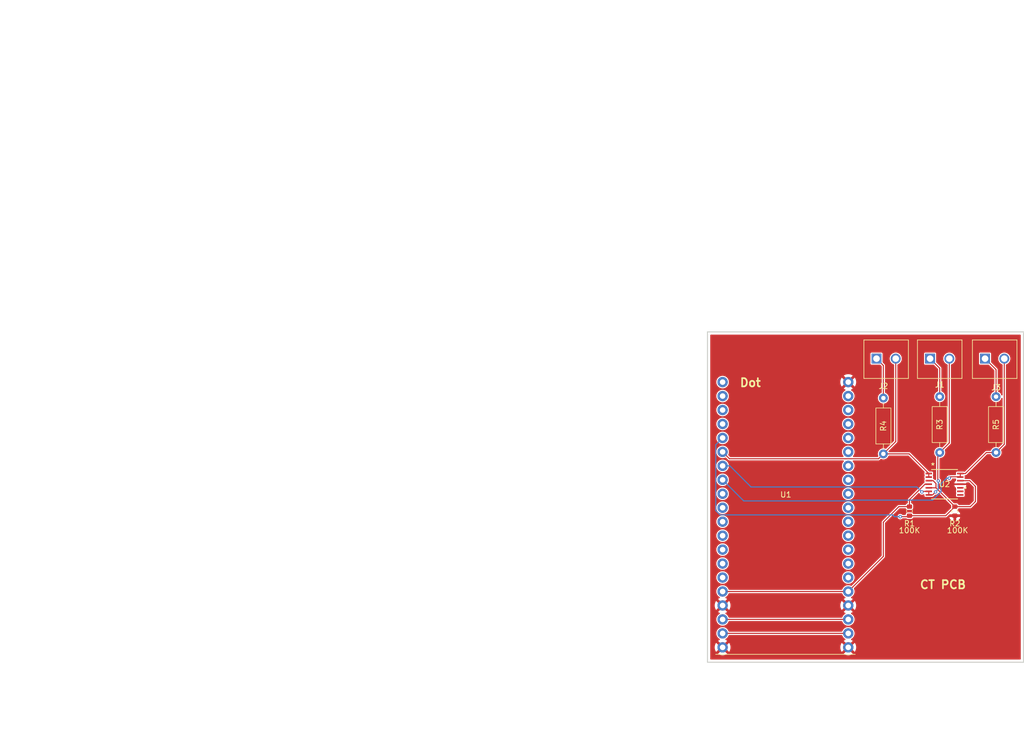
<source format=kicad_pcb>
(kicad_pcb (version 20241229) (generator "pcbnew") (generator_version "9.0")
  (layers (0 "F.Cu" signal) (2 "B.Cu" signal) (13 "F.Paste" user) (15 "B.Paste" user) (5 "F.SilkS" user "F.Silkscreen") (7 "B.SilkS" user "B.Silkscreen") (1 "F.Mask" user) (3 "B.Mask" user) (25 "Edge.Cuts" user))
  (net 0 "")
  (net 1 "/V_Shunt2")
  (net 2 "/V_Shunt1")
  (net 3 "/V_Shunt3")
  (net 4 "+3.3V")
  (net 5 "GND")
  (net 6 "/Bias")
  (net 16 "VBAT")
  (net 29 "VUSB")
  (net 37 "Net-(J1-Pin_1)")
  (net 38 "Net-(J2-Pin_1)")
  (net 39 "Net-(J3-Pin_1)")
  (footprint "Symbol:MODULE_DEV-13907" (layer "F.Cu") (at 167.18 90.836)
    (property "Reference" "U1" (at 0.07 0.414 0) (layer "F.SilkS"))
    (property "Value" "DEV-13907")
    (fp_line (start -12.7 29.464) (end 12.7 29.464) (stroke (width 0.127)) (layer "F.SilkS"))
    (pad "J1_1" thru_hole circle (at -11.43 28.194) (size 1.8796 1.8796) (drill 1.016) (layers "*.Cu" "*.Mask") (net 5 "GND"))
    (pad "J1_2" thru_hole circle (at -11.43 25.654) (size 1.8796 1.8796) (drill 1.016) (layers "*.Cu" "*.Mask") (net 29 "VUSB"))
    (pad "J1_3" thru_hole circle (at -11.43 23.114) (size 1.8796 1.8796) (drill 1.016) (layers "*.Cu" "*.Mask") (net 16 "VBAT"))
    (pad "J1_4" thru_hole circle (at -11.43 20.574) (size 1.8796 1.8796) (drill 1.016) (layers "*.Cu" "*.Mask") (net 5 "GND"))
    (pad "J1_5" thru_hole circle (at -11.43 18.034) (size 1.8796 1.8796) (drill 1.016) (layers "*.Cu" "*.Mask") (net 4 "+3.3V"))
    (pad "J1_6" thru_hole circle (at -11.43 15.494) (size 1.8796 1.8796) (drill 1.016) (layers "*.Cu" "*.Mask"))
    (pad "J1_7" thru_hole circle (at -11.43 12.954) (size 1.8796 1.8796) (drill 1.016) (layers "*.Cu" "*.Mask"))
    (pad "J1_8" thru_hole circle (at -11.43 10.414) (size 1.8796 1.8796) (drill 1.016) (layers "*.Cu" "*.Mask"))
    (pad "J1_9" thru_hole circle (at -11.43 7.874) (size 1.8796 1.8796) (drill 1.016) (layers "*.Cu" "*.Mask"))
    (pad "J1_10" thru_hole circle (at -11.43 5.334) (size 1.8796 1.8796) (drill 1.016) (layers "*.Cu" "*.Mask"))
    (pad "J1_11" thru_hole circle (at -11.43 2.794) (size 1.8796 1.8796) (drill 1.016) (layers "*.Cu" "*.Mask"))
    (pad "J1_12" thru_hole circle (at -11.43 0.254) (size 1.8796 1.8796) (drill 1.016) (layers "*.Cu" "*.Mask"))
    (pad "J1_13" thru_hole circle (at -11.43 -2.286) (size 1.8796 1.8796) (drill 1.016) (layers "*.Cu" "*.Mask") (net 3 "/V_Shunt3"))
    (pad "J1_14" thru_hole circle (at -11.43 -4.826) (size 1.8796 1.8796) (drill 1.016) (layers "*.Cu" "*.Mask") (net 1 "/V_Shunt2"))
    (pad "J1_15" thru_hole circle (at -11.43 -7.366) (size 1.8796 1.8796) (drill 1.016) (layers "*.Cu" "*.Mask") (net 2 "/V_Shunt1"))
    (pad "J1_16" thru_hole circle (at -11.43 -9.906) (size 1.8796 1.8796) (drill 1.016) (layers "*.Cu" "*.Mask") (net 6 "/Bias"))
    (pad "J1_17" thru_hole circle (at -11.43 -12.446) (size 1.8796 1.8796) (drill 1.016) (layers "*.Cu" "*.Mask"))
    (pad "J1_18" thru_hole circle (at -11.43 -14.986) (size 1.8796 1.8796) (drill 1.016) (layers "*.Cu" "*.Mask"))
    (pad "J1_19" thru_hole circle (at -11.43 -17.526) (size 1.8796 1.8796) (drill 1.016) (layers "*.Cu" "*.Mask"))
    (pad "J1_20" thru_hole circle (at -11.43 -20.066) (size 1.8796 1.8796) (drill 1.016) (layers "*.Cu" "*.Mask"))
    (pad "J2_1" thru_hole circle (at 11.43 28.194) (size 1.8796 1.8796) (drill 1.016) (layers "*.Cu" "*.Mask") (net 5 "GND"))
    (pad "J2_2" thru_hole circle (at 11.43 25.654) (size 1.8796 1.8796) (drill 1.016) (layers "*.Cu" "*.Mask") (net 29 "VUSB"))
    (pad "J2_3" thru_hole circle (at 11.43 23.114) (size 1.8796 1.8796) (drill 1.016) (layers "*.Cu" "*.Mask") (net 16 "VBAT"))
    (pad "J2_4" thru_hole circle (at 11.43 20.574) (size 1.8796 1.8796) (drill 1.016) (layers "*.Cu" "*.Mask") (net 5 "GND"))
    (pad "J2_5" thru_hole circle (at 11.43 18.034) (size 1.8796 1.8796) (drill 1.016) (layers "*.Cu" "*.Mask") (net 4 "+3.3V"))
    (pad "J2_6" thru_hole circle (at 11.43 15.494) (size 1.8796 1.8796) (drill 1.016) (layers "*.Cu" "*.Mask"))
    (pad "J2_7" thru_hole circle (at 11.43 12.954) (size 1.8796 1.8796) (drill 1.016) (layers "*.Cu" "*.Mask"))
    (pad "J2_8" thru_hole circle (at 11.43 10.414) (size 1.8796 1.8796) (drill 1.016) (layers "*.Cu" "*.Mask"))
    (pad "J2_9" thru_hole circle (at 11.43 7.874) (size 1.8796 1.8796) (drill 1.016) (layers "*.Cu" "*.Mask"))
    (pad "J2_10" thru_hole circle (at 11.43 5.334) (size 1.8796 1.8796) (drill 1.016) (layers "*.Cu" "*.Mask"))
    (pad "J2_11" thru_hole circle (at 11.43 2.794) (size 1.8796 1.8796) (drill 1.016) (layers "*.Cu" "*.Mask"))
    (pad "J2_12" thru_hole circle (at 11.43 0.254) (size 1.8796 1.8796) (drill 1.016) (layers "*.Cu" "*.Mask"))
    (pad "J2_13" thru_hole circle (at 11.43 -2.286) (size 1.8796 1.8796) (drill 1.016) (layers "*.Cu" "*.Mask"))
    (pad "J2_14" thru_hole circle (at 11.43 -4.826) (size 1.8796 1.8796) (drill 1.016) (layers "*.Cu" "*.Mask"))
    (pad "J2_15" thru_hole circle (at 11.43 -7.366) (size 1.8796 1.8796) (drill 1.016) (layers "*.Cu" "*.Mask"))
    (pad "J2_16" thru_hole circle (at 11.43 -9.906) (size 1.8796 1.8796) (drill 1.016) (layers "*.Cu" "*.Mask"))
    (pad "J2_17" thru_hole circle (at 11.43 -12.446) (size 1.8796 1.8796) (drill 1.016) (layers "*.Cu" "*.Mask"))
    (pad "J2_18" thru_hole circle (at 11.43 -14.986) (size 1.8796 1.8796) (drill 1.016) (layers "*.Cu" "*.Mask"))
    (pad "J2_19" thru_hole circle (at 11.43 -17.526) (size 1.8796 1.8796) (drill 1.016) (layers "*.Cu" "*.Mask"))
    (pad "J2_20" thru_hole circle (at 11.43 -20.066) (size 1.8796 1.8796) (drill 1.016) (layers "*.Cu" "*.Mask") (net 5 "GND"))
  )
  (footprint "Connector:OST_OSTTE020104" (layer "F.Cu") (at 205.25 66.5)
    (property "Reference" "J3" (at 0.25 5.25 0) (layer "F.SilkS") (effects (font (size 1.000591 1.000591))))
    (property "Value" "Screw_Terminal_01x02" (hide yes))
    (fp_line (start -4.05 -3.4) (end 4.05 -3.4) (stroke (width 0.127)) (layer "F.SilkS"))
    (fp_line (start -4.05 3.6) (end -4.05 -3.4) (stroke (width 0.127)) (layer "F.SilkS"))
    (fp_line (start 4.05 -3.4) (end 4.05 3.6) (stroke (width 0.127)) (layer "F.SilkS"))
    (fp_line (start 4.05 3.6) (end -4.05 3.6) (stroke (width 0.127)) (layer "F.SilkS"))
    (pad "1" thru_hole rect (at -1.75 0) (size 1.8 1.8) (drill 1.2) (layers "*.Cu" "*.Mask") (net 39 "Net-(J3-Pin_1)"))
    (pad "2" thru_hole circle (at 1.75 0) (size 1.8 1.8) (drill 1.2) (layers "*.Cu" "*.Mask") (net 3 "/V_Shunt3"))
  )
  (footprint "Resistor_SMD:R_0603_1608Metric" (layer "F.Cu") (at 198 94.25 -90)
    (property "Reference" "R2" (at 2.25 0 180) (layer "F.SilkS"))
    (property "Value" "100K" (at 3.5 -0.5 180) (layer "F.SilkS"))
    (fp_line (start -0.237258 0.5225) (end 0.237258 0.5225) (stroke (width 0.12)) (layer "F.SilkS"))
    (fp_line (start -0.237258 -0.5225) (end 0.237258 -0.5225) (stroke (width 0.12)) (layer "F.SilkS"))
    (pad "1" smd roundrect (at -0.825 0 270) (size 0.8 0.95) (layers "F.Cu" "F.Mask" "F.Paste") (net 6 "/Bias"))
    (pad "2" smd roundrect (at 0.825 0 270) (size 0.8 0.95) (layers "F.Cu" "F.Mask" "F.Paste") (net 5 "GND"))
  )
  (footprint "Connector:OST_OSTTE020104" (layer "F.Cu") (at 185.5 66.5)
    (property "Reference" "J2" (at -0.5 5 0) (layer "F.SilkS") (effects (font (size 1.000591 1.000591))))
    (property "Value" "Screw_Terminal_01x02" (hide yes))
    (fp_line (start -4.05 -3.4) (end 4.05 -3.4) (stroke (width 0.127)) (layer "F.SilkS"))
    (fp_line (start -4.05 3.6) (end -4.05 -3.4) (stroke (width 0.127)) (layer "F.SilkS"))
    (fp_line (start 4.05 -3.4) (end 4.05 3.6) (stroke (width 0.127)) (layer "F.SilkS"))
    (fp_line (start 4.05 3.6) (end -4.05 3.6) (stroke (width 0.127)) (layer "F.SilkS"))
    (pad "1" thru_hole rect (at -1.75 0) (size 1.8 1.8) (drill 1.2) (layers "*.Cu" "*.Mask") (net 38 "Net-(J2-Pin_1)"))
    (pad "2" thru_hole circle (at 1.75 0) (size 1.8 1.8) (drill 1.2) (layers "*.Cu" "*.Mask") (net 2 "/V_Shunt1"))
  )
  (footprint "Resistor_THT:R_Axial_DIN0207_L6.3mm_D2.5mm_P10.16mm_Horizontal" (layer "F.Cu") (at 185 83.83 90)
    (property "Reference" "R4" (at 5.08 0 90) (layer "F.SilkS"))
    (property "Value" "R" (hide yes))
    (fp_line (start 9.12 0) (end 8.35 0) (stroke (width 0.12)) (layer "F.SilkS"))
    (fp_line (start 1.04 0) (end 1.81 0) (stroke (width 0.12)) (layer "F.SilkS"))
    (fp_rect (start 1.81 -1.37) (end 8.35 1.37) (stroke (width 0.12)) (fill no) (layer "F.SilkS"))
    (pad "1" thru_hole circle (at 0 0 90) (size 1.6 1.6) (drill 0.8) (layers "*.Cu" "*.Mask") (net 2 "/V_Shunt1"))
    (pad "2" thru_hole circle (at 10.16 0 90) (size 1.6 1.6) (drill 0.8) (layers "*.Cu" "*.Mask") (net 38 "Net-(J2-Pin_1)"))
  )
  (footprint "Resistor_THT:R_Axial_DIN0207_L6.3mm_D2.5mm_P10.16mm_Horizontal" (layer "F.Cu") (at 205.5 83.58 90)
    (property "Reference" "R5" (at 5.08 0 90) (layer "F.SilkS"))
    (property "Value" "R" (hide yes))
    (fp_line (start 9.12 0) (end 8.35 0) (stroke (width 0.12)) (layer "F.SilkS"))
    (fp_line (start 1.04 0) (end 1.81 0) (stroke (width 0.12)) (layer "F.SilkS"))
    (fp_rect (start 1.81 -1.37) (end 8.35 1.37) (stroke (width 0.12)) (fill no) (layer "F.SilkS"))
    (pad "1" thru_hole circle (at 0 0 90) (size 1.6 1.6) (drill 0.8) (layers "*.Cu" "*.Mask") (net 3 "/V_Shunt3"))
    (pad "2" thru_hole circle (at 10.16 0 90) (size 1.6 1.6) (drill 0.8) (layers "*.Cu" "*.Mask") (net 39 "Net-(J3-Pin_1)"))
  )
  (footprint "Package_DFN_QFN:PW14_TEX-L" (layer "F.Cu") (at 196.1298 89.349999)
    (property "Reference" "U2" (at 0 0 0) (layer "F.SilkS"))
    (property "Value" "LM324LVIPWR")
    (fp_line (start -2.3749 2.6797) (end 2.3749 2.6797) (stroke (width 0.1524)) (layer "F.SilkS"))
    (fp_line (start 2.3749 -2.6797) (end -2.3749 -2.6797) (stroke (width 0.1524)) (layer "F.SilkS"))
    (fp_poly (pts (xy 3.9624 0.459499) (xy 3.9624 0.840499) (xy 3.7084 0.840499) (xy 3.7084 0.459499)) (fill yes) (layer "F.SilkS"))
    (fp_text user "*" (at -2.1298 -3.349999 0) (layer "F.SilkS"))
    (pad "1" smd rect (at -2.8702 -1.950001) (size 1.1684 0.3048) (layers "F.Cu" "F.Mask" "F.Paste") (net 2 "/V_Shunt1"))
    (pad "2" smd rect (at -2.8702 -1.3) (size 1.1684 0.3048) (layers "F.Cu" "F.Mask" "F.Paste") (net 2 "/V_Shunt1"))
    (pad "3" smd rect (at -2.8702 -0.649999) (size 1.1684 0.3048) (layers "F.Cu" "F.Mask" "F.Paste") (net 6 "/Bias"))
    (pad "4" smd rect (at -2.8702 0) (size 1.1684 0.3048) (layers "F.Cu" "F.Mask" "F.Paste") (net 4 "+3.3V"))
    (pad "5" smd rect (at -2.8702 0.649999) (size 1.1684 0.3048) (layers "F.Cu" "F.Mask" "F.Paste") (net 6 "/Bias"))
    (pad "6" smd rect (at -2.8702 1.3) (size 1.1684 0.3048) (layers "F.Cu" "F.Mask" "F.Paste") (net 1 "/V_Shunt2"))
    (pad "7" smd rect (at -2.8702 1.949999) (size 1.1684 0.3048) (layers "F.Cu" "F.Mask" "F.Paste") (net 1 "/V_Shunt2"))
    (pad "8" smd rect (at 2.8702 1.950001) (size 1.1684 0.3048) (layers "F.Cu" "F.Mask" "F.Paste"))
    (pad "9" smd rect (at 2.8702 1.3) (size 1.1684 0.3048) (layers "F.Cu" "F.Mask" "F.Paste"))
    (pad "10" smd rect (at 2.8702 0.650001) (size 1.1684 0.3048) (layers "F.Cu" "F.Mask" "F.Paste"))
    (pad "11" smd rect (at 2.8702 0) (size 1.1684 0.3048) (layers "F.Cu" "F.Mask" "F.Paste") (net 5 "GND"))
    (pad "12" smd rect (at 2.8702 -0.649999) (size 1.1684 0.3048) (layers "F.Cu" "F.Mask" "F.Paste") (net 6 "/Bias"))
    (pad "13" smd rect (at 2.8702 -1.3) (size 1.1684 0.3048) (layers "F.Cu" "F.Mask" "F.Paste") (net 3 "/V_Shunt3"))
    (pad "14" smd rect (at 2.8702 -1.949999) (size 1.1684 0.3048) (layers "F.Cu" "F.Mask" "F.Paste") (net 3 "/V_Shunt3"))
  )
  (footprint "Resistor_SMD:R_0603_1608Metric" (layer "F.Cu") (at 189.75 94.25 -90)
    (property "Reference" "R1" (at 2.25 0 180) (layer "F.SilkS"))
    (property "Value" "100K" (at 3.5 0 180) (layer "F.SilkS"))
    (fp_line (start -0.237258 0.5225) (end 0.237258 0.5225) (stroke (width 0.12)) (layer "F.SilkS"))
    (fp_line (start -0.237258 -0.5225) (end 0.237258 -0.5225) (stroke (width 0.12)) (layer "F.SilkS"))
    (pad "1" smd roundrect (at -0.825 0 270) (size 0.8 0.95) (layers "F.Cu" "F.Mask" "F.Paste") (net 4 "+3.3V"))
    (pad "2" smd roundrect (at 0.825 0 270) (size 0.8 0.95) (layers "F.Cu" "F.Mask" "F.Paste") (net 6 "/Bias"))
  )
  (footprint "Connector:OST_OSTTE020104" (layer "F.Cu") (at 195.25 66.5)
    (property "Reference" "J1" (at 0 4.75 0) (layer "F.SilkS") (effects (font (size 1.000591 1.000591))))
    (property "Value" "Screw_Terminal_01x02" (hide yes))
    (fp_line (start -4.05 -3.4) (end 4.05 -3.4) (stroke (width 0.127)) (layer "F.SilkS"))
    (fp_line (start -4.05 3.6) (end -4.05 -3.4) (stroke (width 0.127)) (layer "F.SilkS"))
    (fp_line (start 4.05 -3.4) (end 4.05 3.6) (stroke (width 0.127)) (layer "F.SilkS"))
    (fp_line (start 4.05 3.6) (end -4.05 3.6) (stroke (width 0.127)) (layer "F.SilkS"))
    (pad "1" thru_hole rect (at -1.75 0) (size 1.8 1.8) (drill 1.2) (layers "*.Cu" "*.Mask") (net 37 "Net-(J1-Pin_1)"))
    (pad "2" thru_hole circle (at 1.75 0) (size 1.8 1.8) (drill 1.2) (layers "*.Cu" "*.Mask") (net 1 "/V_Shunt2"))
  )
  (footprint "Resistor_THT:R_Axial_DIN0207_L6.3mm_D2.5mm_P10.16mm_Horizontal" (layer "F.Cu") (at 195.25 83.58 90)
    (property "Reference" "R3" (at 5.08 0 90) (layer "F.SilkS"))
    (property "Value" "R" (hide yes))
    (fp_line (start 9.12 0) (end 8.35 0) (stroke (width 0.12)) (layer "F.SilkS"))
    (fp_line (start 1.04 0) (end 1.81 0) (stroke (width 0.12)) (layer "F.SilkS"))
    (fp_rect (start 1.81 -1.37) (end 8.35 1.37) (stroke (width 0.12)) (fill no) (layer "F.SilkS"))
    (pad "1" thru_hole circle (at 0 0 90) (size 1.6 1.6) (drill 0.8) (layers "*.Cu" "*.Mask") (net 1 "/V_Shunt2"))
    (pad "2" thru_hole circle (at 10.16 0 90) (size 1.6 1.6) (drill 0.8) (layers "*.Cu" "*.Mask") (net 37 "Net-(J1-Pin_1)"))
  )
  (gr_rect (start 153 61.636339) (end 210.5 121.75) (stroke (width 0.2)) (fill no) (layer "Edge.Cuts"))
  (gr_text "Dot" (at 158.75 71.75 0) (layer "F.SilkS") (effects (font (size 1.5 1.5) (thickness 0.3) (bold yes)) (justify left bottom)))
  (gr_text "CT PCB" (at 191.5 108.5 0) (layer "F.SilkS") (effects (font (size 1.5 1.5) (thickness 0.3) (bold yes)) (justify left bottom)))
  (segment (start 193.2596 91.299998) (end 193.950002 91.299998) (width 0.2) (layer "F.Cu") (net 1))
  (segment (start 193.950002 91.299998) (end 194.488235 90.761765) (width 0.2) (layer "F.Cu") (net 1))
  (segment (start 193.2596 90.649999) (end 192.119529 90.649999) (width 0.2) (layer "F.Cu") (net 1))
  (segment (start 194.899 83.8) (end 194.899 88.649) (width 0.2) (layer "F.Cu") (net 1))
  (segment (start 195.25 83.58) (end 197 81.83) (width 0.2) (layer "F.Cu") (net 1))
  (segment (start 194.899 88.649) (end 195 88.75) (width 0.2) (layer "F.Cu") (net 1))
  (segment (start 197 81.83) (end 197 66.5) (width 0.2) (layer "F.Cu") (net 1))
  (segment (start 192.119529 90.649999) (end 192.009764 90.759764) (width 0.2) (layer "F.Cu") (net 1))
  (segment (start 193.2596 90.649999) (end 193.2596 91.299998) (width 0.2) (layer "F.Cu") (net 1))
  (via (at 192.009764 90.759764) (size 0.6) (drill 0.3) (layers "F.Cu" "B.Cu") (net 1))
  (via (at 195 88.75) (size 0.6) (drill 0.3) (layers "F.Cu" "B.Cu") (net 1))
  (via (at 194.488235 90.761765) (size 0.6) (drill 0.3) (layers "F.Cu" "B.Cu") (net 1))
  (segment (start 160.918277 89.8492) (end 157.079077 86.01) (width 0.2) (layer "B.Cu") (net 1))
  (segment (start 157.079077 86.01) (end 155.75 86.01) (width 0.2) (layer "B.Cu") (net 1))
  (segment (start 192.009764 90.759764) (end 191.0992 89.8492) (width 0.2) (layer "B.Cu") (net 1))
  (segment (start 191.0992 89.8492) (end 160.918277 89.8492) (width 0.2) (layer "B.Cu") (net 1))
  (segment (start 195 90.25) (end 194.488235 90.761765) (width 0.2) (layer "B.Cu") (net 1))
  (segment (start 195 88.75) (end 195 90.25) (width 0.2) (layer "B.Cu") (net 1))
  (segment (start 193.2596 87.399998) (end 193.2596 88.049999) (width 0.2) (layer "F.Cu") (net 2))
  (segment (start 193.2596 87.399998) (end 189.689602 83.83) (width 0.2) (layer "F.Cu") (net 2))
  (segment (start 156.9908 84.7108) (end 155.75 83.47) (width 0.2) (layer "F.Cu") (net 2))
  (segment (start 184.1192 84.7108) (end 156.9908 84.7108) (width 0.2) (layer "F.Cu") (net 2))
  (segment (start 189.689602 83.83) (end 185 83.83) (width 0.2) (layer "F.Cu") (net 2))
  (segment (start 185 83.83) (end 187.25 81.58) (width 0.2) (layer "F.Cu") (net 2))
  (segment (start 185 83.83) (end 184.1192 84.7108) (width 0.2) (layer "F.Cu") (net 2))
  (segment (start 187.25 81.58) (end 187.25 66.5) (width 0.2) (layer "F.Cu") (net 2))
  (segment (start 199 87.4) (end 199 88.049999) (width 0.2) (layer "F.Cu") (net 3))
  (segment (start 198.950001 88) (end 199 88.049999) (width 0.2) (layer "F.Cu") (net 3))
  (segment (start 199 87.4) (end 199.93 87.4) (width 0.2) (layer "F.Cu") (net 3))
  (segment (start 203.75 83.58) (end 205.5 83.58) (width 0.2) (layer "F.Cu") (net 3))
  (segment (start 197.25 88) (end 198.950001 88) (width 0.2) (layer "F.Cu") (net 3))
  (segment (start 207 82.08) (end 207 66.5) (width 0.2) (layer "F.Cu") (net 3))
  (segment (start 197 88.25) (end 197.25 88) (width 0.2) (layer "F.Cu") (net 3))
  (segment (start 199.93 87.4) (end 203.75 83.58) (width 0.2) (layer "F.Cu") (net 3))
  (segment (start 205.5 83.58) (end 207 82.08) (width 0.2) (layer "F.Cu") (net 3))
  (via (at 197 88.25) (size 0.6) (drill 0.3) (layers "F.Cu" "B.Cu") (net 3))
  (segment (start 159.5892 92.3892) (end 155.75 88.55) (width 0.2) (layer "B.Cu") (net 3))
  (segment (start 195.5 89.25) (end 195.5 90.701698) (width 0.2) (layer "B.Cu") (net 3))
  (segment (start 193.951698 92.25) (end 179.5 92.25) (width 0.2) (layer "B.Cu") (net 3))
  (segment (start 179.3608 92.3892) (end 159.5892 92.3892) (width 0.2) (layer "B.Cu") (net 3))
  (segment (start 179.5 92.25) (end 179.3608 92.3892) (width 0.2) (layer "B.Cu") (net 3))
  (segment (start 195.5 90.701698) (end 193.951698 92.25) (width 0.2) (layer "B.Cu") (net 3))
  (segment (start 196.5 88.25) (end 195.5 89.25) (width 0.2) (layer "B.Cu") (net 3))
  (segment (start 197 88.25) (end 196.5 88.25) (width 0.2) (layer "B.Cu") (net 3))
  (segment (start 178.61 108.87) (end 185 102.48) (width 0.2) (layer "F.Cu") (net 4))
  (segment (start 187.825 93.425) (end 189.75 93.425) (width 0.2) (layer "F.Cu") (net 4))
  (segment (start 189.75 92.170998) (end 192.570999 89.349999) (width 0.2) (layer "F.Cu") (net 4))
  (segment (start 189.75 93.425) (end 189.75 92.170998) (width 0.2) (layer "F.Cu") (net 4))
  (segment (start 178.61 108.87) (end 155.75 108.87) (width 0.2) (layer "F.Cu") (net 4))
  (segment (start 185 102.48) (end 185 96.25) (width 0.2) (layer "F.Cu") (net 4))
  (segment (start 185 96.25) (end 187.825 93.425) (width 0.2) (layer "F.Cu") (net 4))
  (segment (start 192.570999 89.349999) (end 193.2596 89.349999) (width 0.2) (layer "F.Cu") (net 4))
  (segment (start 201.75 92.5) (end 201.75 89.75) (width 0.2) (layer "F.Cu") (net 6))
  (segment (start 189.75 95.075) (end 196.35 95.075) (width 0.2) (layer "F.Cu") (net 6))
  (segment (start 201.75 89.75) (end 200.7 88.7) (width 0.2) (layer "F.Cu") (net 6))
  (segment (start 189.575 95.25) (end 189.75 95.075) (width 0.2) (layer "F.Cu") (net 6))
  (segment (start 196.35 95.075) (end 198 93.425) (width 0.2) (layer "F.Cu") (net 6))
  (segment (start 194.574998 89.999998) (end 198 93.425) (width 0.2) (layer "F.Cu") (net 6))
  (segment (start 194.574998 89.231198) (end 194.574998 89.999998) (width 0.2) (layer "F.Cu") (net 6))
  (segment (start 200.7 88.7) (end 199 88.7) (width 0.2) (layer "F.Cu") (net 6))
  (segment (start 198 93.425) (end 200.825 93.425) (width 0.2) (layer "F.Cu") (net 6))
  (segment (start 194.0438 88.7) (end 194.574998 89.231198) (width 0.2) (layer "F.Cu") (net 6))
  (segment (start 188.075 95.25) (end 189.575 95.25) (width 0.2) (layer "F.Cu") (net 6))
  (segment (start 194.0438 88.7) (end 193.2596 88.7) (width 0.2) (layer "F.Cu") (net 6))
  (segment (start 194.574998 89.999998) (end 193.2596 89.999998) (width 0.2) (layer "F.Cu") (net 6))
  (segment (start 200.825 93.425) (end 201.75 92.5) (width 0.2) (layer "F.Cu") (net 6))
  (via (at 188.075 95.25) (size 0.6) (drill 0.3) (layers "F.Cu" "B.Cu") (net 6))
  (segment (start 155.294443 94.9292) (end 154.5 94.134757) (width 0.2) (layer "B.Cu") (net 6))
  (segment (start 186.6792 94.9292) (end 155.294443 94.9292) (width 0.2) (layer "B.Cu") (net 6))
  (segment (start 188.075 95.25) (end 187 95.25) (width 0.2) (layer "B.Cu") (net 6))
  (segment (start 154.5 94.134757) (end 154.5 82.18) (width 0.2) (layer "B.Cu") (net 6))
  (segment (start 187 95.25) (end 186.6792 94.9292) (width 0.2) (layer "B.Cu") (net 6))
  (segment (start 154.5 82.18) (end 155.75 80.93) (width 0.2) (layer "B.Cu") (net 6))
  (segment (start 155.75 113.95) (end 178.61 113.95) (width 0.2) (layer "F.Cu") (net 16))
  (segment (start 178.61 116.49) (end 155.75 116.49) (width 0.2) (layer "F.Cu") (net 29))
  (segment (start 195.25 68.25) (end 193.5 66.5) (width 0.2) (layer "F.Cu") (net 37))
  (segment (start 195.25 73.42) (end 195.25 68.25) (width 0.2) (layer "F.Cu") (net 37))
  (segment (start 185 67.75) (end 183.75 66.5) (width 0.2) (layer "F.Cu") (net 38))
  (segment (start 185 73.67) (end 185 67.75) (width 0.2) (layer "F.Cu") (net 38))
  (segment (start 205.5 73.42) (end 205.5 68.5) (width 0.2) (layer "F.Cu") (net 39))
  (segment (start 205.5 68.5) (end 203.5 66.5) (width 0.2) (layer "F.Cu") (net 39))
  (zone (net 5) (net_name "GND") (layer "F.Cu") (connect_pads (clearance 0)) (min_thickness 0.25) (fill yes (thermal_gap 0.5) (thermal_bridge_width 0.5))
    (polygon (pts (xy 153 61.5) (xy 210.5 61.5) (xy 210.5 121.75) (xy 153 122)))
  )
)
</source>
